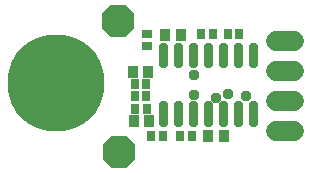
<source format=gbr>
G04 EAGLE Gerber RS-274X export*
G75*
%MOMM*%
%FSLAX34Y34*%
%LPD*%
%INSoldermask Top*%
%IPPOS*%
%AMOC8*
5,1,8,0,0,1.08239X$1,22.5*%
G01*
%ADD10C,0.506016*%
%ADD11R,0.803200X0.903200*%
%ADD12R,0.903200X0.803200*%
%ADD13R,0.903200X1.103200*%
%ADD14C,1.727200*%
%ADD15P,2.982959X8X112.500000*%
%ADD16C,8.203200*%
%ADD17P,2.982959X8X22.500000*%
%ADD18C,0.959600*%


D10*
X230086Y237586D02*
X230086Y220914D01*
X227114Y220914D01*
X227114Y237586D01*
X230086Y237586D01*
X230086Y225721D02*
X227114Y225721D01*
X227114Y230528D02*
X230086Y230528D01*
X230086Y235335D02*
X227114Y235335D01*
X242786Y237586D02*
X242786Y220914D01*
X239814Y220914D01*
X239814Y237586D01*
X242786Y237586D01*
X242786Y225721D02*
X239814Y225721D01*
X239814Y230528D02*
X242786Y230528D01*
X242786Y235335D02*
X239814Y235335D01*
X255486Y237586D02*
X255486Y220914D01*
X252514Y220914D01*
X252514Y237586D01*
X255486Y237586D01*
X255486Y225721D02*
X252514Y225721D01*
X252514Y230528D02*
X255486Y230528D01*
X255486Y235335D02*
X252514Y235335D01*
X268186Y237586D02*
X268186Y220914D01*
X265214Y220914D01*
X265214Y237586D01*
X268186Y237586D01*
X268186Y225721D02*
X265214Y225721D01*
X265214Y230528D02*
X268186Y230528D01*
X268186Y235335D02*
X265214Y235335D01*
X280886Y237586D02*
X280886Y220914D01*
X277914Y220914D01*
X277914Y237586D01*
X280886Y237586D01*
X280886Y225721D02*
X277914Y225721D01*
X277914Y230528D02*
X280886Y230528D01*
X280886Y235335D02*
X277914Y235335D01*
X293586Y237586D02*
X293586Y220914D01*
X290614Y220914D01*
X290614Y237586D01*
X293586Y237586D01*
X293586Y225721D02*
X290614Y225721D01*
X290614Y230528D02*
X293586Y230528D01*
X293586Y235335D02*
X290614Y235335D01*
X306286Y237586D02*
X306286Y220914D01*
X303314Y220914D01*
X303314Y237586D01*
X306286Y237586D01*
X306286Y225721D02*
X303314Y225721D01*
X303314Y230528D02*
X306286Y230528D01*
X306286Y235335D02*
X303314Y235335D01*
X306286Y270414D02*
X306286Y287086D01*
X306286Y270414D02*
X303314Y270414D01*
X303314Y287086D01*
X306286Y287086D01*
X306286Y275221D02*
X303314Y275221D01*
X303314Y280028D02*
X306286Y280028D01*
X306286Y284835D02*
X303314Y284835D01*
X293586Y287086D02*
X293586Y270414D01*
X290614Y270414D01*
X290614Y287086D01*
X293586Y287086D01*
X293586Y275221D02*
X290614Y275221D01*
X290614Y280028D02*
X293586Y280028D01*
X293586Y284835D02*
X290614Y284835D01*
X280886Y287086D02*
X280886Y270414D01*
X277914Y270414D01*
X277914Y287086D01*
X280886Y287086D01*
X280886Y275221D02*
X277914Y275221D01*
X277914Y280028D02*
X280886Y280028D01*
X280886Y284835D02*
X277914Y284835D01*
X268186Y287086D02*
X268186Y270414D01*
X265214Y270414D01*
X265214Y287086D01*
X268186Y287086D01*
X268186Y275221D02*
X265214Y275221D01*
X265214Y280028D02*
X268186Y280028D01*
X268186Y284835D02*
X265214Y284835D01*
X255486Y287086D02*
X255486Y270414D01*
X252514Y270414D01*
X252514Y287086D01*
X255486Y287086D01*
X255486Y275221D02*
X252514Y275221D01*
X252514Y280028D02*
X255486Y280028D01*
X255486Y284835D02*
X252514Y284835D01*
X242786Y287086D02*
X242786Y270414D01*
X239814Y270414D01*
X239814Y287086D01*
X242786Y287086D01*
X242786Y275221D02*
X239814Y275221D01*
X239814Y280028D02*
X242786Y280028D01*
X242786Y284835D02*
X239814Y284835D01*
X230086Y287086D02*
X230086Y270414D01*
X227114Y270414D01*
X227114Y287086D01*
X230086Y287086D01*
X230086Y275221D02*
X227114Y275221D01*
X227114Y280028D02*
X230086Y280028D01*
X230086Y284835D02*
X227114Y284835D01*
D11*
X214296Y233426D03*
X204296Y233426D03*
X252650Y210820D03*
X242650Y210820D03*
X228266Y210566D03*
X218266Y210566D03*
X204042Y244094D03*
X214042Y244094D03*
X282782Y296926D03*
X292782Y296926D03*
X260430Y296672D03*
X270430Y296672D03*
X214042Y254508D03*
X204042Y254508D03*
D12*
X214376Y296592D03*
X214376Y286592D03*
D13*
X202542Y264922D03*
X215542Y264922D03*
X242974Y296418D03*
X229974Y296418D03*
X279550Y210820D03*
X266550Y210820D03*
D14*
X323596Y290830D02*
X338836Y290830D01*
X338836Y265430D02*
X323596Y265430D01*
X323596Y240030D02*
X338836Y240030D01*
X338836Y214630D02*
X323596Y214630D01*
D15*
X190754Y196850D03*
D16*
X137414Y255524D03*
D17*
X190246Y307848D03*
D13*
X203304Y223012D03*
X216304Y223012D03*
D18*
X298196Y244122D03*
X254000Y245110D03*
X273304Y242570D03*
X283464Y245872D03*
X254508Y262128D03*
M02*

</source>
